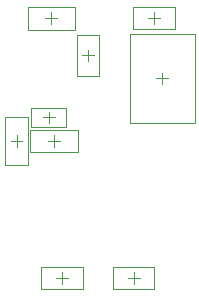
<source format=gbr>
%TF.GenerationSoftware,Altium Limited,Altium Designer,18.1.9 (240)*%
G04 Layer_Color=32768*
%FSLAX45Y45*%
%MOMM*%
%TF.FileFunction,Other,Mechanical_15*%
%TF.Part,Single*%
G01*
G75*
%TA.AperFunction,NonConductor*%
%ADD39C,0.10000*%
%ADD43C,0.05000*%
D39*
X1522500Y2375000D02*
Y2565000D01*
X1172500Y2375000D02*
Y2565000D01*
X1522500D01*
X1172500Y2375000D02*
X1522500D01*
X1297500Y2470000D02*
X1397500D01*
X1347500Y2420000D02*
Y2520000D01*
X692500Y2330240D02*
X882500D01*
X692500Y1980240D02*
X882500D01*
X692500D02*
Y2330240D01*
X882500Y1980240D02*
Y2330240D01*
X787500Y2105240D02*
Y2205240D01*
X737500Y2155240D02*
X837500D01*
X1002500Y175000D02*
Y365000D01*
X1352500Y175000D02*
Y365000D01*
X1002500Y175000D02*
X1352500D01*
X1002500Y365000D02*
X1352500D01*
X1127500Y270000D02*
X1227500D01*
X1177500Y220000D02*
Y320000D01*
X395000Y175000D02*
Y365000D01*
X745000Y175000D02*
Y365000D01*
X395000Y175000D02*
X745000D01*
X395000Y365000D02*
X745000D01*
X520000Y270000D02*
X620000D01*
X570000Y220000D02*
Y320000D01*
X480000Y2418800D02*
Y2518800D01*
X430000Y2468800D02*
X530000D01*
X280000Y2563800D02*
X680000D01*
X280000Y2373800D02*
X680000D01*
Y2563800D01*
X280000Y2373800D02*
Y2563800D01*
X607500Y1550000D02*
Y1710000D01*
X307500Y1550000D02*
Y1710000D01*
X607500D01*
X307500Y1550000D02*
X607500D01*
X407500Y1630000D02*
X507500D01*
X457500Y1580000D02*
Y1680000D01*
X502500Y1380000D02*
Y1480000D01*
X452500Y1430000D02*
X552500D01*
X302500Y1335000D02*
X702500D01*
X302500Y1525000D02*
X702500D01*
X302500Y1335000D02*
Y1525000D01*
X702500Y1335000D02*
Y1525000D01*
X135100Y1430000D02*
X235100D01*
X185100Y1380000D02*
Y1480000D01*
X90100Y1230000D02*
Y1630000D01*
X280100Y1230000D02*
Y1630000D01*
X90100D02*
X280100D01*
X90100Y1230000D02*
X280100D01*
X1417500Y1910000D02*
Y2010000D01*
X1367500Y1960000D02*
X1467500D01*
D43*
X1142500Y2335000D02*
X1692500D01*
X1142500Y1585000D02*
X1692500D01*
X1142500D02*
Y2335000D01*
X1692500Y1585000D02*
Y2335000D01*
%TF.MD5,08378f17ab428841320c69bea824ec45*%
M02*

</source>
